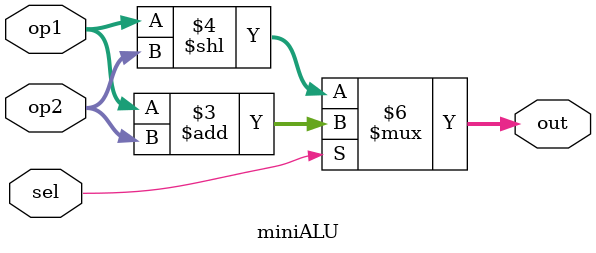
<source format=sv>
module miniALU(
	/* TODO: Ports go here (refer to lab spec) */
	input [3:0] op1, 
	input [3:0] op2, 
	input sel, 
	output reg [19:0] out
);
	// The following block will contain the logic of your combinational circuit
	always_comb begin
		/* TODO: Depending on the value of your select bit, output the result of a different operation.
		 * Refer to the lab spec for details. 
		 */
		if (sel == 1'b1)
			out = op1 + op2;
		else
			out = op1 << op2;
	end
endmodule
</source>
